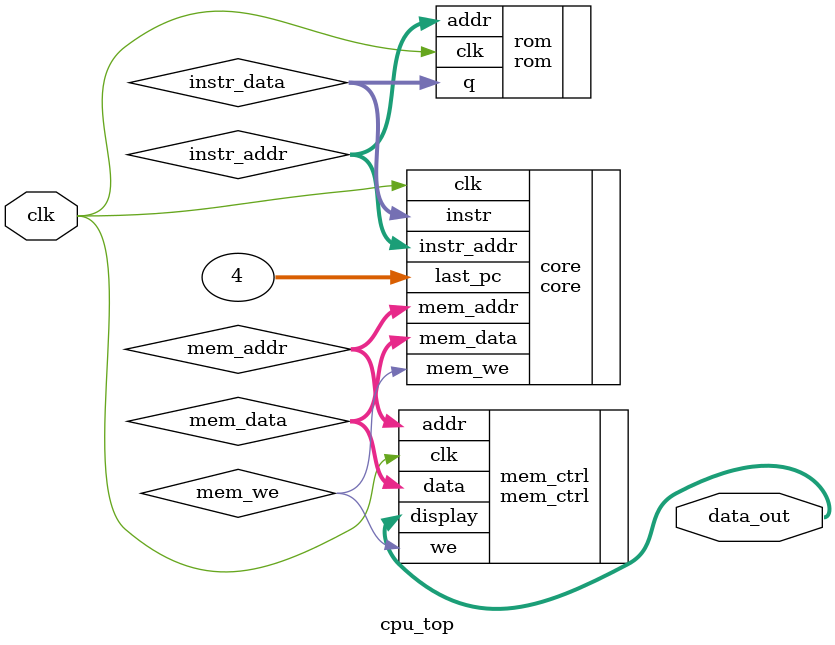
<source format=v>
module cpu_top(
    input clk,

    output [15:0]data_out
);

wire [31:0]instr_addr;
wire [31:0]instr_data;
rom rom(.clk(clk), .addr(instr_addr), .q(instr_data));

wire [31:0]mem_addr;
wire [31:0]mem_data;
wire mem_we;
mem_ctrl mem_ctrl(
    .clk(clk), .addr(mem_addr), .data(mem_data),
    .we(mem_we), .display(data_out)
);

core core(
    .clk(clk),
    .instr(instr_data), .last_pc(32'h4),
    .instr_addr(instr_addr),
    .mem_addr(mem_addr), .mem_data(mem_data),
    .mem_we(mem_we)
);

endmodule

</source>
